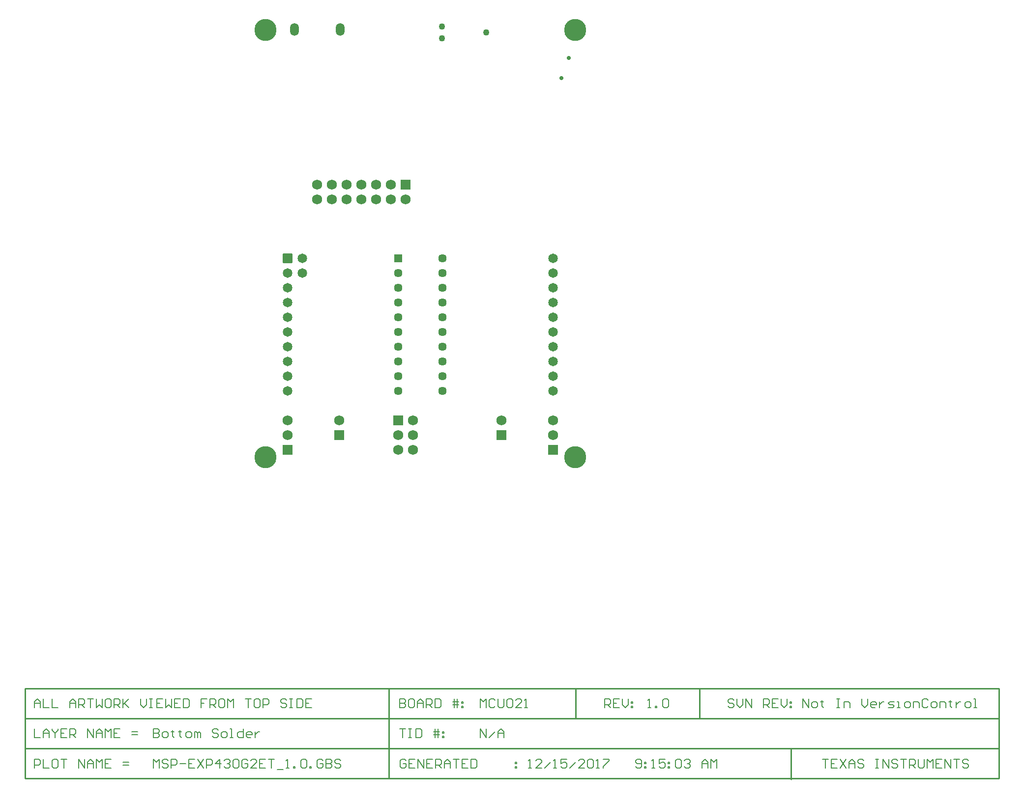
<source format=gbs>
G04 Layer_Color=16711935*
%FSAX25Y25*%
%MOIN*%
G70*
G01*
G75*
%ADD55C,0.01000*%
%ADD57C,0.00800*%
%ADD58C,0.06496*%
%ADD137C,0.06890*%
%ADD138R,0.06890X0.06890*%
G04:AMPARAMS|DCode=139|XSize=68.9mil|YSize=68.9mil|CornerRadius=3.92mil|HoleSize=0mil|Usage=FLASHONLY|Rotation=90.000|XOffset=0mil|YOffset=0mil|HoleType=Round|Shape=RoundedRectangle|*
%AMROUNDEDRECTD139*
21,1,0.06890,0.06106,0,0,90.0*
21,1,0.06106,0.06890,0,0,90.0*
1,1,0.00784,0.03053,0.03053*
1,1,0.00784,0.03053,-0.03053*
1,1,0.00784,-0.03053,-0.03053*
1,1,0.00784,-0.03053,0.03053*
%
%ADD139ROUNDEDRECTD139*%
%ADD140C,0.04294*%
%ADD141R,0.06890X0.06890*%
%ADD142C,0.15000*%
G04:AMPARAMS|DCode=143|XSize=86.61mil|YSize=59.06mil|CornerRadius=29.53mil|HoleSize=0mil|Usage=FLASHONLY|Rotation=270.000|XOffset=0mil|YOffset=0mil|HoleType=Round|Shape=RoundedRectangle|*
%AMROUNDEDRECTD143*
21,1,0.08661,0.00000,0,0,270.0*
21,1,0.02756,0.05906,0,0,270.0*
1,1,0.05906,0.00000,-0.01378*
1,1,0.05906,0.00000,0.01378*
1,1,0.05906,0.00000,0.01378*
1,1,0.05906,0.00000,-0.01378*
%
%ADD143ROUNDEDRECTD143*%
%ADD144C,0.05709*%
%ADD145R,0.05709X0.05709*%
%ADD146C,0.12611*%
G04:AMPARAMS|DCode=147|XSize=64.96mil|YSize=64.96mil|CornerRadius=3.8mil|HoleSize=0mil|Usage=FLASHONLY|Rotation=270.000|XOffset=0mil|YOffset=0mil|HoleType=Round|Shape=RoundedRectangle|*
%AMROUNDEDRECTD147*
21,1,0.06496,0.05736,0,0,270.0*
21,1,0.05736,0.06496,0,0,270.0*
1,1,0.00760,-0.02868,-0.02868*
1,1,0.00760,-0.02868,0.02868*
1,1,0.00760,0.02868,0.02868*
1,1,0.00760,0.02868,-0.02868*
%
%ADD147ROUNDEDRECTD147*%
%ADD148C,0.02756*%
G54D55*
X0497200Y0080717D02*
Y0101050D01*
X0413200Y0080717D02*
Y0101050D01*
X0040000Y0080717D02*
X0700200D01*
X0040000Y0060383D02*
X0700000D01*
X0040000Y0040050D02*
X0440500D01*
X0040050Y0101050D02*
X0700200D01*
X0040050Y0040050D02*
Y0101050D01*
Y0040050D02*
X0197600D01*
X0040000D02*
Y0101050D01*
X0286500Y0040050D02*
Y0101050D01*
X0700200Y0040050D02*
Y0101050D01*
X0440500Y0040050D02*
X0700200D01*
X0559400Y0039400D02*
Y0059683D01*
G54D57*
X0126900Y0073549D02*
Y0067551D01*
X0129899D01*
X0130899Y0068550D01*
Y0069550D01*
X0129899Y0070550D01*
X0126900D01*
X0129899D01*
X0130899Y0071549D01*
Y0072549D01*
X0129899Y0073549D01*
X0126900D01*
X0133898Y0067551D02*
X0135897D01*
X0136897Y0068550D01*
Y0070550D01*
X0135897Y0071549D01*
X0133898D01*
X0132898Y0070550D01*
Y0068550D01*
X0133898Y0067551D01*
X0139896Y0072549D02*
Y0071549D01*
X0138896D01*
X0140895D01*
X0139896D01*
Y0068550D01*
X0140895Y0067551D01*
X0144894Y0072549D02*
Y0071549D01*
X0143895D01*
X0145894D01*
X0144894D01*
Y0068550D01*
X0145894Y0067551D01*
X0149893D02*
X0151892D01*
X0152892Y0068550D01*
Y0070550D01*
X0151892Y0071549D01*
X0149893D01*
X0148893Y0070550D01*
Y0068550D01*
X0149893Y0067551D01*
X0154891D02*
Y0071549D01*
X0155891D01*
X0156890Y0070550D01*
Y0067551D01*
Y0070550D01*
X0157890Y0071549D01*
X0158890Y0070550D01*
Y0067551D01*
X0170886Y0072549D02*
X0169886Y0073549D01*
X0167887D01*
X0166887Y0072549D01*
Y0071549D01*
X0167887Y0070550D01*
X0169886D01*
X0170886Y0069550D01*
Y0068550D01*
X0169886Y0067551D01*
X0167887D01*
X0166887Y0068550D01*
X0173885Y0067551D02*
X0175884D01*
X0176884Y0068550D01*
Y0070550D01*
X0175884Y0071549D01*
X0173885D01*
X0172885Y0070550D01*
Y0068550D01*
X0173885Y0067551D01*
X0178883D02*
X0180883D01*
X0179883D01*
Y0073549D01*
X0178883D01*
X0187880D02*
Y0067551D01*
X0184881D01*
X0183882Y0068550D01*
Y0070550D01*
X0184881Y0071549D01*
X0187880D01*
X0192879Y0067551D02*
X0190879D01*
X0189880Y0068550D01*
Y0070550D01*
X0190879Y0071549D01*
X0192879D01*
X0193878Y0070550D01*
Y0069550D01*
X0189880D01*
X0195878Y0071549D02*
Y0067551D01*
Y0069550D01*
X0196877Y0070550D01*
X0197877Y0071549D01*
X0198877D01*
X0567400Y0087833D02*
Y0093831D01*
X0571399Y0087833D01*
Y0093831D01*
X0574398Y0087833D02*
X0576397D01*
X0577397Y0088833D01*
Y0090832D01*
X0576397Y0091832D01*
X0574398D01*
X0573398Y0090832D01*
Y0088833D01*
X0574398Y0087833D01*
X0580396Y0092832D02*
Y0091832D01*
X0579396D01*
X0581395D01*
X0580396D01*
Y0088833D01*
X0581395Y0087833D01*
X0590393Y0093831D02*
X0592392D01*
X0591392D01*
Y0087833D01*
X0590393D01*
X0592392D01*
X0595391D02*
Y0091832D01*
X0598390D01*
X0599390Y0090832D01*
Y0087833D01*
X0607387Y0093831D02*
Y0089833D01*
X0609386Y0087833D01*
X0611386Y0089833D01*
Y0093831D01*
X0616384Y0087833D02*
X0614385D01*
X0613385Y0088833D01*
Y0090832D01*
X0614385Y0091832D01*
X0616384D01*
X0617384Y0090832D01*
Y0089833D01*
X0613385D01*
X0619383Y0091832D02*
Y0087833D01*
Y0089833D01*
X0620383Y0090832D01*
X0621383Y0091832D01*
X0622382D01*
X0625381Y0087833D02*
X0628380D01*
X0629380Y0088833D01*
X0628380Y0089833D01*
X0626381D01*
X0625381Y0090832D01*
X0626381Y0091832D01*
X0629380D01*
X0631379Y0087833D02*
X0633379D01*
X0632379D01*
Y0091832D01*
X0631379D01*
X0637377Y0087833D02*
X0639377D01*
X0640376Y0088833D01*
Y0090832D01*
X0639377Y0091832D01*
X0637377D01*
X0636378Y0090832D01*
Y0088833D01*
X0637377Y0087833D01*
X0642376D02*
Y0091832D01*
X0645375D01*
X0646374Y0090832D01*
Y0087833D01*
X0652373Y0092832D02*
X0651373Y0093831D01*
X0649373D01*
X0648374Y0092832D01*
Y0088833D01*
X0649373Y0087833D01*
X0651373D01*
X0652373Y0088833D01*
X0655372Y0087833D02*
X0657371D01*
X0658371Y0088833D01*
Y0090832D01*
X0657371Y0091832D01*
X0655372D01*
X0654372Y0090832D01*
Y0088833D01*
X0655372Y0087833D01*
X0660370D02*
Y0091832D01*
X0663369D01*
X0664369Y0090832D01*
Y0087833D01*
X0667368Y0092832D02*
Y0091832D01*
X0666368D01*
X0668367D01*
X0667368D01*
Y0088833D01*
X0668367Y0087833D01*
X0671366Y0091832D02*
Y0087833D01*
Y0089833D01*
X0672366Y0090832D01*
X0673366Y0091832D01*
X0674365D01*
X0678364Y0087833D02*
X0680364D01*
X0681363Y0088833D01*
Y0090832D01*
X0680364Y0091832D01*
X0678364D01*
X0677364Y0090832D01*
Y0088833D01*
X0678364Y0087833D01*
X0683362D02*
X0685362D01*
X0684362D01*
Y0093831D01*
X0683362D01*
X0520799Y0092832D02*
X0519799Y0093831D01*
X0517800D01*
X0516800Y0092832D01*
Y0091832D01*
X0517800Y0090832D01*
X0519799D01*
X0520799Y0089833D01*
Y0088833D01*
X0519799Y0087833D01*
X0517800D01*
X0516800Y0088833D01*
X0522798Y0093831D02*
Y0089833D01*
X0524797Y0087833D01*
X0526797Y0089833D01*
Y0093831D01*
X0528796Y0087833D02*
Y0093831D01*
X0532795Y0087833D01*
Y0093831D01*
X0540792Y0087833D02*
Y0093831D01*
X0543791D01*
X0544791Y0092832D01*
Y0090832D01*
X0543791Y0089833D01*
X0540792D01*
X0542792D02*
X0544791Y0087833D01*
X0550789Y0093831D02*
X0546790D01*
Y0087833D01*
X0550789D01*
X0546790Y0090832D02*
X0548790D01*
X0552788Y0093831D02*
Y0089833D01*
X0554788Y0087833D01*
X0556787Y0089833D01*
Y0093831D01*
X0558786Y0091832D02*
X0559786D01*
Y0090832D01*
X0558786D01*
Y0091832D01*
Y0088833D02*
X0559786D01*
Y0087833D01*
X0558786D01*
Y0088833D01*
X0433000Y0087833D02*
Y0093831D01*
X0435999D01*
X0436999Y0092832D01*
Y0090832D01*
X0435999Y0089833D01*
X0433000D01*
X0434999D02*
X0436999Y0087833D01*
X0442997Y0093831D02*
X0438998D01*
Y0087833D01*
X0442997D01*
X0438998Y0090832D02*
X0440997D01*
X0444996Y0093831D02*
Y0089833D01*
X0446995Y0087833D01*
X0448995Y0089833D01*
Y0093831D01*
X0450994Y0091832D02*
X0451994D01*
Y0090832D01*
X0450994D01*
Y0091832D01*
Y0088833D02*
X0451994D01*
Y0087833D01*
X0450994D01*
Y0088833D01*
X0126900Y0046966D02*
Y0052965D01*
X0128899Y0050965D01*
X0130899Y0052965D01*
Y0046966D01*
X0136897Y0051965D02*
X0135897Y0052965D01*
X0133898D01*
X0132898Y0051965D01*
Y0050965D01*
X0133898Y0049966D01*
X0135897D01*
X0136897Y0048966D01*
Y0047966D01*
X0135897Y0046966D01*
X0133898D01*
X0132898Y0047966D01*
X0138896Y0046966D02*
Y0052965D01*
X0141895D01*
X0142895Y0051965D01*
Y0049966D01*
X0141895Y0048966D01*
X0138896D01*
X0144894Y0049966D02*
X0148893D01*
X0154891Y0052965D02*
X0150892D01*
Y0046966D01*
X0154891D01*
X0150892Y0049966D02*
X0152892D01*
X0156890Y0052965D02*
X0160889Y0046966D01*
Y0052965D02*
X0156890Y0046966D01*
X0162888D02*
Y0052965D01*
X0165887D01*
X0166887Y0051965D01*
Y0049966D01*
X0165887Y0048966D01*
X0162888D01*
X0171885Y0046966D02*
Y0052965D01*
X0168886Y0049966D01*
X0172885D01*
X0174884Y0051965D02*
X0175884Y0052965D01*
X0177884D01*
X0178883Y0051965D01*
Y0050965D01*
X0177884Y0049966D01*
X0176884D01*
X0177884D01*
X0178883Y0048966D01*
Y0047966D01*
X0177884Y0046966D01*
X0175884D01*
X0174884Y0047966D01*
X0180883Y0051965D02*
X0181882Y0052965D01*
X0183882D01*
X0184881Y0051965D01*
Y0047966D01*
X0183882Y0046966D01*
X0181882D01*
X0180883Y0047966D01*
Y0051965D01*
X0190879D02*
X0189880Y0052965D01*
X0187880D01*
X0186881Y0051965D01*
Y0047966D01*
X0187880Y0046966D01*
X0189880D01*
X0190879Y0047966D01*
Y0049966D01*
X0188880D01*
X0196877Y0046966D02*
X0192879D01*
X0196877Y0050965D01*
Y0051965D01*
X0195878Y0052965D01*
X0193878D01*
X0192879Y0051965D01*
X0202875Y0052965D02*
X0198877D01*
Y0046966D01*
X0202875D01*
X0198877Y0049966D02*
X0200876D01*
X0204875Y0052965D02*
X0208874D01*
X0206874D01*
Y0046966D01*
X0210873Y0045967D02*
X0214872D01*
X0216871Y0046966D02*
X0218870D01*
X0217871D01*
Y0052965D01*
X0216871Y0051965D01*
X0221869Y0046966D02*
Y0047966D01*
X0222869D01*
Y0046966D01*
X0221869D01*
X0226868Y0051965D02*
X0227867Y0052965D01*
X0229867D01*
X0230866Y0051965D01*
Y0047966D01*
X0229867Y0046966D01*
X0227867D01*
X0226868Y0047966D01*
Y0051965D01*
X0232866Y0046966D02*
Y0047966D01*
X0233865D01*
Y0046966D01*
X0232866D01*
X0241863Y0051965D02*
X0240863Y0052965D01*
X0238864D01*
X0237864Y0051965D01*
Y0047966D01*
X0238864Y0046966D01*
X0240863D01*
X0241863Y0047966D01*
Y0049966D01*
X0239863D01*
X0243862Y0052965D02*
Y0046966D01*
X0246861D01*
X0247861Y0047966D01*
Y0048966D01*
X0246861Y0049966D01*
X0243862D01*
X0246861D01*
X0247861Y0050965D01*
Y0051965D01*
X0246861Y0052965D01*
X0243862D01*
X0253859Y0051965D02*
X0252859Y0052965D01*
X0250860D01*
X0249860Y0051965D01*
Y0050965D01*
X0250860Y0049966D01*
X0252859D01*
X0253859Y0048966D01*
Y0047966D01*
X0252859Y0046966D01*
X0250860D01*
X0249860Y0047966D01*
X0381150Y0046966D02*
X0383149D01*
X0382150D01*
Y0052965D01*
X0381150Y0051965D01*
X0390147Y0046966D02*
X0386148D01*
X0390147Y0050965D01*
Y0051965D01*
X0389147Y0052965D01*
X0387148D01*
X0386148Y0051965D01*
X0392146Y0046966D02*
X0396145Y0050965D01*
X0398145Y0046966D02*
X0400144D01*
X0399144D01*
Y0052965D01*
X0398145Y0051965D01*
X0407142Y0052965D02*
X0403143D01*
Y0049966D01*
X0405142Y0050965D01*
X0406142D01*
X0407142Y0049966D01*
Y0047966D01*
X0406142Y0046966D01*
X0404143D01*
X0403143Y0047966D01*
X0409141Y0046966D02*
X0413140Y0050965D01*
X0419138Y0046966D02*
X0415139D01*
X0419138Y0050965D01*
Y0051965D01*
X0418138Y0052965D01*
X0416139D01*
X0415139Y0051965D01*
X0421137D02*
X0422137Y0052965D01*
X0424136D01*
X0425136Y0051965D01*
Y0047966D01*
X0424136Y0046966D01*
X0422137D01*
X0421137Y0047966D01*
Y0051965D01*
X0427135Y0046966D02*
X0429135D01*
X0428135D01*
Y0052965D01*
X0427135Y0051965D01*
X0432133Y0052965D02*
X0436132D01*
Y0051965D01*
X0432133Y0047966D01*
Y0046966D01*
X0298199Y0051965D02*
X0297199Y0052965D01*
X0295200D01*
X0294200Y0051965D01*
Y0047966D01*
X0295200Y0046966D01*
X0297199D01*
X0298199Y0047966D01*
Y0049966D01*
X0296199D01*
X0304197Y0052965D02*
X0300198D01*
Y0046966D01*
X0304197D01*
X0300198Y0049966D02*
X0302197D01*
X0306196Y0046966D02*
Y0052965D01*
X0310195Y0046966D01*
Y0052965D01*
X0316193D02*
X0312194D01*
Y0046966D01*
X0316193D01*
X0312194Y0049966D02*
X0314194D01*
X0318192Y0046966D02*
Y0052965D01*
X0321191D01*
X0322191Y0051965D01*
Y0049966D01*
X0321191Y0048966D01*
X0318192D01*
X0320192D02*
X0322191Y0046966D01*
X0324190D02*
Y0050965D01*
X0326190Y0052965D01*
X0328189Y0050965D01*
Y0046966D01*
Y0049966D01*
X0324190D01*
X0330188Y0052965D02*
X0334187D01*
X0332188D01*
Y0046966D01*
X0340185Y0052965D02*
X0336186D01*
Y0046966D01*
X0340185D01*
X0336186Y0049966D02*
X0338186D01*
X0342184Y0052965D02*
Y0046966D01*
X0345183D01*
X0346183Y0047966D01*
Y0051965D01*
X0345183Y0052965D01*
X0342184D01*
X0372175Y0050965D02*
X0373175D01*
Y0049966D01*
X0372175D01*
Y0050965D01*
Y0047966D02*
X0373175D01*
Y0046966D01*
X0372175D01*
Y0047966D01*
X0046350Y0087833D02*
Y0091832D01*
X0048349Y0093831D01*
X0050349Y0091832D01*
Y0087833D01*
Y0090832D01*
X0046350D01*
X0052348Y0093831D02*
Y0087833D01*
X0056347D01*
X0058346Y0093831D02*
Y0087833D01*
X0062345D01*
X0070342D02*
Y0091832D01*
X0072342Y0093831D01*
X0074341Y0091832D01*
Y0087833D01*
Y0090832D01*
X0070342D01*
X0076340Y0087833D02*
Y0093831D01*
X0079339D01*
X0080339Y0092832D01*
Y0090832D01*
X0079339Y0089833D01*
X0076340D01*
X0078340D02*
X0080339Y0087833D01*
X0082338Y0093831D02*
X0086337D01*
X0084338D01*
Y0087833D01*
X0088336Y0093831D02*
Y0087833D01*
X0090336Y0089833D01*
X0092335Y0087833D01*
Y0093831D01*
X0097334D02*
X0095334D01*
X0094335Y0092832D01*
Y0088833D01*
X0095334Y0087833D01*
X0097334D01*
X0098333Y0088833D01*
Y0092832D01*
X0097334Y0093831D01*
X0100332Y0087833D02*
Y0093831D01*
X0103332D01*
X0104331Y0092832D01*
Y0090832D01*
X0103332Y0089833D01*
X0100332D01*
X0102332D02*
X0104331Y0087833D01*
X0106331Y0093831D02*
Y0087833D01*
Y0089833D01*
X0110329Y0093831D01*
X0107330Y0090832D01*
X0110329Y0087833D01*
X0118327Y0093831D02*
Y0089833D01*
X0120326Y0087833D01*
X0122325Y0089833D01*
Y0093831D01*
X0124325D02*
X0126324D01*
X0125324D01*
Y0087833D01*
X0124325D01*
X0126324D01*
X0133322Y0093831D02*
X0129323D01*
Y0087833D01*
X0133322D01*
X0129323Y0090832D02*
X0131323D01*
X0135321Y0093831D02*
Y0087833D01*
X0137321Y0089833D01*
X0139320Y0087833D01*
Y0093831D01*
X0145318D02*
X0141319D01*
Y0087833D01*
X0145318D01*
X0141319Y0090832D02*
X0143319D01*
X0147317Y0093831D02*
Y0087833D01*
X0150316D01*
X0151316Y0088833D01*
Y0092832D01*
X0150316Y0093831D01*
X0147317D01*
X0163312D02*
X0159313D01*
Y0090832D01*
X0161313D01*
X0159313D01*
Y0087833D01*
X0165312D02*
Y0093831D01*
X0168310D01*
X0169310Y0092832D01*
Y0090832D01*
X0168310Y0089833D01*
X0165312D01*
X0167311D02*
X0169310Y0087833D01*
X0174309Y0093831D02*
X0172309D01*
X0171310Y0092832D01*
Y0088833D01*
X0172309Y0087833D01*
X0174309D01*
X0175308Y0088833D01*
Y0092832D01*
X0174309Y0093831D01*
X0177308Y0087833D02*
Y0093831D01*
X0179307Y0091832D01*
X0181306Y0093831D01*
Y0087833D01*
X0189304Y0093831D02*
X0193303D01*
X0191303D01*
Y0087833D01*
X0198301Y0093831D02*
X0196301D01*
X0195302Y0092832D01*
Y0088833D01*
X0196301Y0087833D01*
X0198301D01*
X0199301Y0088833D01*
Y0092832D01*
X0198301Y0093831D01*
X0201300Y0087833D02*
Y0093831D01*
X0204299D01*
X0205299Y0092832D01*
Y0090832D01*
X0204299Y0089833D01*
X0201300D01*
X0217295Y0092832D02*
X0216295Y0093831D01*
X0214296D01*
X0213296Y0092832D01*
Y0091832D01*
X0214296Y0090832D01*
X0216295D01*
X0217295Y0089833D01*
Y0088833D01*
X0216295Y0087833D01*
X0214296D01*
X0213296Y0088833D01*
X0219294Y0093831D02*
X0221293D01*
X0220294D01*
Y0087833D01*
X0219294D01*
X0221293D01*
X0224292Y0093831D02*
Y0087833D01*
X0227291D01*
X0228291Y0088833D01*
Y0092832D01*
X0227291Y0093831D01*
X0224292D01*
X0234289D02*
X0230291D01*
Y0087833D01*
X0234289D01*
X0230291Y0090832D02*
X0232290D01*
X0462150Y0087833D02*
X0464149D01*
X0463150D01*
Y0093831D01*
X0462150Y0092832D01*
X0467148Y0087833D02*
Y0088833D01*
X0468148D01*
Y0087833D01*
X0467148D01*
X0472147Y0092832D02*
X0473146Y0093831D01*
X0475146D01*
X0476146Y0092832D01*
Y0088833D01*
X0475146Y0087833D01*
X0473146D01*
X0472147Y0088833D01*
Y0092832D01*
X0348550Y0087833D02*
Y0093831D01*
X0350549Y0091832D01*
X0352549Y0093831D01*
Y0087833D01*
X0358547Y0092832D02*
X0357547Y0093831D01*
X0355548D01*
X0354548Y0092832D01*
Y0088833D01*
X0355548Y0087833D01*
X0357547D01*
X0358547Y0088833D01*
X0360546Y0093831D02*
Y0088833D01*
X0361546Y0087833D01*
X0363545D01*
X0364545Y0088833D01*
Y0093831D01*
X0366544Y0092832D02*
X0367544Y0093831D01*
X0369543D01*
X0370543Y0092832D01*
Y0088833D01*
X0369543Y0087833D01*
X0367544D01*
X0366544Y0088833D01*
Y0092832D01*
X0376541Y0087833D02*
X0372542D01*
X0376541Y0091832D01*
Y0092832D01*
X0375541Y0093831D01*
X0373542D01*
X0372542Y0092832D01*
X0378540Y0087833D02*
X0380540D01*
X0379540D01*
Y0093831D01*
X0378540Y0092832D01*
X0294000Y0093831D02*
Y0087833D01*
X0296999D01*
X0297999Y0088833D01*
Y0089833D01*
X0296999Y0090832D01*
X0294000D01*
X0296999D01*
X0297999Y0091832D01*
Y0092832D01*
X0296999Y0093831D01*
X0294000D01*
X0302997D02*
X0300998D01*
X0299998Y0092832D01*
Y0088833D01*
X0300998Y0087833D01*
X0302997D01*
X0303997Y0088833D01*
Y0092832D01*
X0302997Y0093831D01*
X0305996Y0087833D02*
Y0091832D01*
X0307996Y0093831D01*
X0309995Y0091832D01*
Y0087833D01*
Y0090832D01*
X0305996D01*
X0311994Y0087833D02*
Y0093831D01*
X0314993D01*
X0315993Y0092832D01*
Y0090832D01*
X0314993Y0089833D01*
X0311994D01*
X0313994D02*
X0315993Y0087833D01*
X0317992Y0093831D02*
Y0087833D01*
X0320991D01*
X0321991Y0088833D01*
Y0092832D01*
X0320991Y0093831D01*
X0317992D01*
X0330988Y0087833D02*
Y0093831D01*
X0332987D02*
Y0087833D01*
X0329988Y0091832D02*
X0332987D01*
X0333987D01*
X0329988Y0089833D02*
X0333987D01*
X0335986Y0091832D02*
X0336986D01*
Y0090832D01*
X0335986D01*
Y0091832D01*
Y0088833D02*
X0336986D01*
Y0087833D01*
X0335986D01*
Y0088833D01*
X0046350Y0073549D02*
Y0067551D01*
X0050349D01*
X0052348D02*
Y0071549D01*
X0054347Y0073549D01*
X0056347Y0071549D01*
Y0067551D01*
Y0070550D01*
X0052348D01*
X0058346Y0073549D02*
Y0072549D01*
X0060346Y0070550D01*
X0062345Y0072549D01*
Y0073549D01*
X0060346Y0070550D02*
Y0067551D01*
X0068343Y0073549D02*
X0064344D01*
Y0067551D01*
X0068343D01*
X0064344Y0070550D02*
X0066343D01*
X0070342Y0067551D02*
Y0073549D01*
X0073341D01*
X0074341Y0072549D01*
Y0070550D01*
X0073341Y0069550D01*
X0070342D01*
X0072342D02*
X0074341Y0067551D01*
X0082338D02*
Y0073549D01*
X0086337Y0067551D01*
Y0073549D01*
X0088336Y0067551D02*
Y0071549D01*
X0090336Y0073549D01*
X0092335Y0071549D01*
Y0067551D01*
Y0070550D01*
X0088336D01*
X0094335Y0067551D02*
Y0073549D01*
X0096334Y0071549D01*
X0098333Y0073549D01*
Y0067551D01*
X0104331Y0073549D02*
X0100332D01*
Y0067551D01*
X0104331D01*
X0100332Y0070550D02*
X0102332D01*
X0112329Y0069550D02*
X0116327D01*
X0112329Y0071549D02*
X0116327D01*
X0046350Y0046966D02*
Y0052965D01*
X0049349D01*
X0050349Y0051965D01*
Y0049966D01*
X0049349Y0048966D01*
X0046350D01*
X0052348Y0052965D02*
Y0046966D01*
X0056347D01*
X0061345Y0052965D02*
X0059346D01*
X0058346Y0051965D01*
Y0047966D01*
X0059346Y0046966D01*
X0061345D01*
X0062345Y0047966D01*
Y0051965D01*
X0061345Y0052965D01*
X0064344D02*
X0068343D01*
X0066343D01*
Y0046966D01*
X0076340D02*
Y0052965D01*
X0080339Y0046966D01*
Y0052965D01*
X0082338Y0046966D02*
Y0050965D01*
X0084338Y0052965D01*
X0086337Y0050965D01*
Y0046966D01*
Y0049966D01*
X0082338D01*
X0088336Y0046966D02*
Y0052965D01*
X0090336Y0050965D01*
X0092335Y0052965D01*
Y0046966D01*
X0098333Y0052965D02*
X0094335D01*
Y0046966D01*
X0098333D01*
X0094335Y0049966D02*
X0096334D01*
X0106331Y0048966D02*
X0110329D01*
X0106331Y0050965D02*
X0110329D01*
X0454050Y0047966D02*
X0455050Y0046966D01*
X0457049D01*
X0458049Y0047966D01*
Y0051965D01*
X0457049Y0052965D01*
X0455050D01*
X0454050Y0051965D01*
Y0050965D01*
X0455050Y0049966D01*
X0458049D01*
X0460048Y0050965D02*
X0461048D01*
Y0049966D01*
X0460048D01*
Y0050965D01*
Y0047966D02*
X0461048D01*
Y0046966D01*
X0460048D01*
Y0047966D01*
X0465046Y0046966D02*
X0467046D01*
X0466046D01*
Y0052965D01*
X0465046Y0051965D01*
X0474044Y0052965D02*
X0470045D01*
Y0049966D01*
X0472044Y0050965D01*
X0473044D01*
X0474044Y0049966D01*
Y0047966D01*
X0473044Y0046966D01*
X0471044D01*
X0470045Y0047966D01*
X0476043Y0050965D02*
X0477043D01*
Y0049966D01*
X0476043D01*
Y0050965D01*
Y0047966D02*
X0477043D01*
Y0046966D01*
X0476043D01*
Y0047966D01*
X0481041Y0051965D02*
X0482041Y0052965D01*
X0484040D01*
X0485040Y0051965D01*
Y0047966D01*
X0484040Y0046966D01*
X0482041D01*
X0481041Y0047966D01*
Y0051965D01*
X0487039D02*
X0488039Y0052965D01*
X0490038D01*
X0491038Y0051965D01*
Y0050965D01*
X0490038Y0049966D01*
X0489039D01*
X0490038D01*
X0491038Y0048966D01*
Y0047966D01*
X0490038Y0046966D01*
X0488039D01*
X0487039Y0047966D01*
X0499035Y0046966D02*
Y0050965D01*
X0501035Y0052965D01*
X0503034Y0050965D01*
Y0046966D01*
Y0049966D01*
X0499035D01*
X0505033Y0046966D02*
Y0052965D01*
X0507033Y0050965D01*
X0509032Y0052965D01*
Y0046966D01*
X0580500Y0052965D02*
X0584499D01*
X0582499D01*
Y0046966D01*
X0590497Y0052965D02*
X0586498D01*
Y0046966D01*
X0590497D01*
X0586498Y0049966D02*
X0588497D01*
X0592496Y0052965D02*
X0596495Y0046966D01*
Y0052965D02*
X0592496Y0046966D01*
X0598494D02*
Y0050965D01*
X0600493Y0052965D01*
X0602493Y0050965D01*
Y0046966D01*
Y0049966D01*
X0598494D01*
X0608491Y0051965D02*
X0607491Y0052965D01*
X0605492D01*
X0604492Y0051965D01*
Y0050965D01*
X0605492Y0049966D01*
X0607491D01*
X0608491Y0048966D01*
Y0047966D01*
X0607491Y0046966D01*
X0605492D01*
X0604492Y0047966D01*
X0616488Y0052965D02*
X0618488D01*
X0617488D01*
Y0046966D01*
X0616488D01*
X0618488D01*
X0621487D02*
Y0052965D01*
X0625486Y0046966D01*
Y0052965D01*
X0631484Y0051965D02*
X0630484Y0052965D01*
X0628484D01*
X0627485Y0051965D01*
Y0050965D01*
X0628484Y0049966D01*
X0630484D01*
X0631484Y0048966D01*
Y0047966D01*
X0630484Y0046966D01*
X0628484D01*
X0627485Y0047966D01*
X0633483Y0052965D02*
X0637482D01*
X0635482D01*
Y0046966D01*
X0639481D02*
Y0052965D01*
X0642480D01*
X0643480Y0051965D01*
Y0049966D01*
X0642480Y0048966D01*
X0639481D01*
X0641480D02*
X0643480Y0046966D01*
X0645479Y0052965D02*
Y0047966D01*
X0646479Y0046966D01*
X0648478D01*
X0649478Y0047966D01*
Y0052965D01*
X0651477Y0046966D02*
Y0052965D01*
X0653476Y0050965D01*
X0655476Y0052965D01*
Y0046966D01*
X0661474Y0052965D02*
X0657475D01*
Y0046966D01*
X0661474D01*
X0657475Y0049966D02*
X0659474D01*
X0663473Y0046966D02*
Y0052965D01*
X0667472Y0046966D01*
Y0052965D01*
X0669471D02*
X0673470D01*
X0671471D01*
Y0046966D01*
X0679468Y0051965D02*
X0678468Y0052965D01*
X0676469D01*
X0675469Y0051965D01*
Y0050965D01*
X0676469Y0049966D01*
X0678468D01*
X0679468Y0048966D01*
Y0047966D01*
X0678468Y0046966D01*
X0676469D01*
X0675469Y0047966D01*
X0294000Y0073498D02*
X0297999D01*
X0295999D01*
Y0067500D01*
X0299998Y0073498D02*
X0301997D01*
X0300998D01*
Y0067500D01*
X0299998D01*
X0301997D01*
X0304996Y0073498D02*
Y0067500D01*
X0307996D01*
X0308995Y0068500D01*
Y0072498D01*
X0307996Y0073498D01*
X0304996D01*
X0317992Y0067500D02*
Y0073498D01*
X0319992D02*
Y0067500D01*
X0316993Y0071499D02*
X0319992D01*
X0320991D01*
X0316993Y0069499D02*
X0320991D01*
X0322991Y0071499D02*
X0323990D01*
Y0070499D01*
X0322991D01*
Y0071499D01*
Y0068500D02*
X0323990D01*
Y0067500D01*
X0322991D01*
Y0068500D01*
X0348550Y0067500D02*
Y0073498D01*
X0352549Y0067500D01*
Y0073498D01*
X0354548Y0067500D02*
X0358547Y0071499D01*
X0360546Y0067500D02*
Y0071499D01*
X0362545Y0073498D01*
X0364545Y0071499D01*
Y0067500D01*
Y0070499D01*
X0360546D01*
G54D58*
X0228078Y0393006D02*
D03*
Y0383006D02*
D03*
X0398078Y0303006D02*
D03*
Y0313006D02*
D03*
Y0323006D02*
D03*
Y0333006D02*
D03*
Y0343006D02*
D03*
Y0353006D02*
D03*
Y0363006D02*
D03*
Y0373006D02*
D03*
Y0383006D02*
D03*
Y0393006D02*
D03*
X0218078Y0303006D02*
D03*
Y0313006D02*
D03*
Y0323006D02*
D03*
Y0333006D02*
D03*
Y0343006D02*
D03*
Y0353006D02*
D03*
Y0363006D02*
D03*
Y0373006D02*
D03*
Y0383006D02*
D03*
G54D137*
X0293078Y0273006D02*
D03*
Y0263006D02*
D03*
X0303078D02*
D03*
Y0273006D02*
D03*
Y0283006D02*
D03*
X0363078Y0283006D02*
D03*
X0238078Y0443006D02*
D03*
Y0433006D02*
D03*
X0248078Y0443006D02*
D03*
Y0433006D02*
D03*
X0258078Y0443006D02*
D03*
Y0433006D02*
D03*
X0268078Y0443006D02*
D03*
X0278078D02*
D03*
X0268078Y0433006D02*
D03*
X0288078Y0443006D02*
D03*
X0278078Y0433006D02*
D03*
X0298078D02*
D03*
X0288078D02*
D03*
X0218078Y0283006D02*
D03*
Y0273006D02*
D03*
X0398078D02*
D03*
Y0283006D02*
D03*
X0253078Y0283006D02*
D03*
G54D138*
X0293078Y0283006D02*
D03*
G54D139*
X0363078Y0273006D02*
D03*
X0253078D02*
D03*
G54D140*
X0352763Y0546235D02*
D03*
X0322763Y0550235D02*
D03*
Y0542235D02*
D03*
G54D141*
X0298078Y0443006D02*
D03*
X0218078Y0263006D02*
D03*
X0398078D02*
D03*
G54D142*
X0413078Y0258006D02*
D03*
Y0548006D02*
D03*
X0203078D02*
D03*
Y0258006D02*
D03*
G54D143*
X0253629Y0548298D02*
D03*
X0222527D02*
D03*
G54D144*
X0323078Y0383006D02*
D03*
Y0393006D02*
D03*
Y0373006D02*
D03*
Y0363006D02*
D03*
Y0353006D02*
D03*
Y0343006D02*
D03*
Y0333006D02*
D03*
Y0313006D02*
D03*
Y0323006D02*
D03*
Y0303006D02*
D03*
X0293078Y0383006D02*
D03*
Y0363006D02*
D03*
Y0373006D02*
D03*
Y0353006D02*
D03*
Y0343006D02*
D03*
Y0323006D02*
D03*
Y0333006D02*
D03*
Y0303006D02*
D03*
Y0313006D02*
D03*
G54D145*
Y0393006D02*
D03*
G54D146*
X0203078Y0548006D02*
D03*
X0413078D02*
D03*
G54D147*
X0218078Y0393006D02*
D03*
G54D148*
X0403678Y0515206D02*
D03*
X0408478Y0529006D02*
D03*
M02*

</source>
